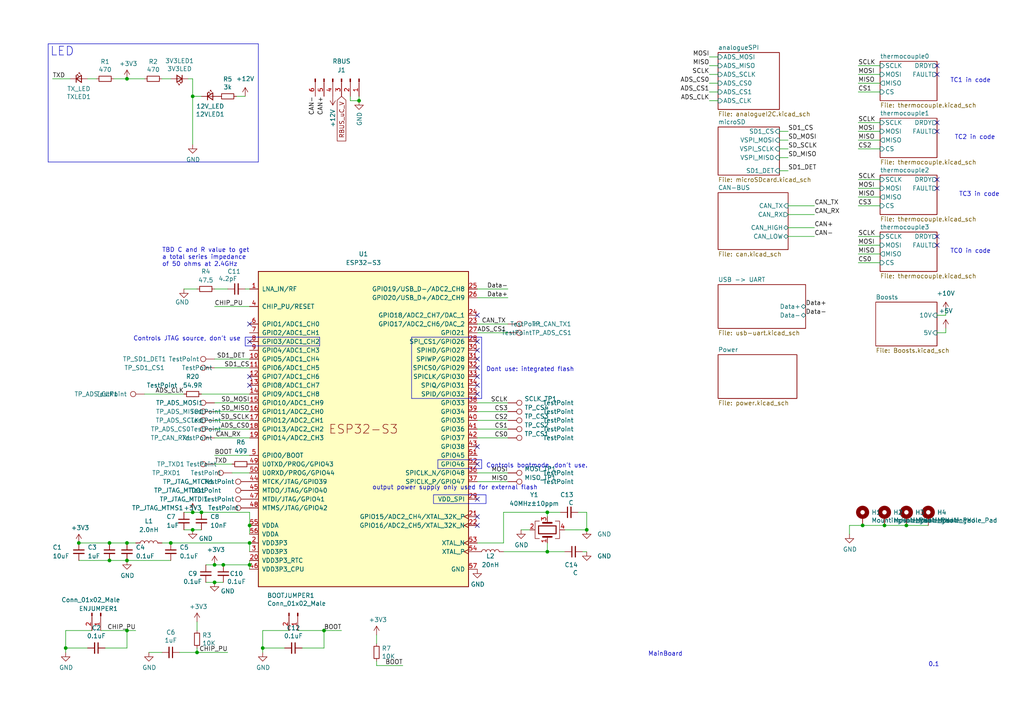
<source format=kicad_sch>
(kicad_sch (version 20230121) (generator eeschema)
  (paper "A4")
  (lib_symbols
    (symbol "Connector:Conn_01x02_Male" (pin_names (offset 1.016) hide)
      (property "Reference" "J" (at 0 2.54 0))
      (property "Value" "Conn_01x02_Male" (at 0 -5.08 0))
      (symbol "Conn_01x02_Male_1_1"
        (polyline (pts (xy 1.27 -2.54) (xy 0.8636 -2.54)) (stroke (width 0.1524)))
        (polyline (pts (xy 1.27 0) (xy 0.8636 0)) (stroke (width 0.1524)))
        (rectangle (start 0.8636 -2.413) (end 0 -2.667) (stroke (width 0.1524)) (fill (type outline)))
        (rectangle (start 0.8636 0.127) (end 0 -0.127) (stroke (width 0.1524)) (fill (type outline)))
        (pin passive line (at 5.08 0 180) (length 3.81) (name "Pin_1") (number "1"))
        (pin passive line (at 5.08 -2.54 180) (length 3.81) (name "Pin_2") (number "2"))
      )
    )
    (symbol "Connector:Conn_01x06_Male" (pin_names (offset 1.016) hide)
      (property "Reference" "J" (at 0 7.62 0))
      (property "Value" "Conn_01x06_Male" (at 0 -10.16 0))
      (symbol "Conn_01x06_Male_1_1"
        (polyline (pts (xy 1.27 -7.62) (xy 0.8636 -7.62)) (stroke (width 0.1524)))
        (polyline (pts (xy 1.27 -5.08) (xy 0.8636 -5.08)) (stroke (width 0.1524)))
        (polyline (pts (xy 1.27 -2.54) (xy 0.8636 -2.54)) (stroke (width 0.1524)))
        (polyline (pts (xy 1.27 0) (xy 0.8636 0)) (stroke (width 0.1524)))
        (polyline (pts (xy 1.27 2.54) (xy 0.8636 2.54)) (stroke (width 0.1524)))
        (polyline (pts (xy 1.27 5.08) (xy 0.8636 5.08)) (stroke (width 0.1524)))
        (rectangle (start 0.8636 -7.493) (end 0 -7.747) (stroke (width 0.1524)) (fill (type outline)))
        (rectangle (start 0.8636 -4.953) (end 0 -5.207) (stroke (width 0.1524)) (fill (type outline)))
        (rectangle (start 0.8636 -2.413) (end 0 -2.667) (stroke (width 0.1524)) (fill (type outline)))
        (rectangle (start 0.8636 0.127) (end 0 -0.127) (stroke (width 0.1524)) (fill (type outline)))
        (rectangle (start 0.8636 2.667) (end 0 2.413) (stroke (width 0.1524)) (fill (type outline)))
        (rectangle (start 0.8636 5.207) (end 0 4.953) (stroke (width 0.1524)) (fill (type outline)))
        (pin passive line (at 5.08 5.08 180) (length 3.81) (name "Pin_1") (number "1"))
        (pin passive line (at 5.08 2.54 180) (length 3.81) (name "Pin_2") (number "2"))
        (pin passive line (at 5.08 0 180) (length 3.81) (name "Pin_3") (number "3"))
        (pin passive line (at 5.08 -2.54 180) (length 3.81) (name "Pin_4") (number "4"))
        (pin passive line (at 5.08 -5.08 180) (length 3.81) (name "Pin_5") (number "5"))
        (pin passive line (at 5.08 -7.62 180) (length 3.81) (name "Pin_6") (number "6"))
      )
    )
    (symbol "Connector:TestPoint" (pin_numbers hide) (pin_names (offset 0.762) hide)
      (property "Reference" "TP" (at 0 6.858 0))
      (property "Value" "TestPoint" (at 0 5.08 0))
      (symbol "TestPoint_0_1"
        (circle (center 0 3.302) (radius 0.762))
      )
      (symbol "TestPoint_1_1"
        (pin passive line (at 0 0 90) (length 2.54) (name "1") (number "1"))
      )
    )
    (symbol "Device:C_Small" (pin_numbers hide) (pin_names (offset 0.254) hide)
      (property "Reference" "C" (at 0.254 1.778 0))
      (property "Value" "C_Small" (at 0.254 -2.032 0))
      (symbol "C_Small_0_1"
        (polyline (pts (xy -1.524 -0.508) (xy 1.524 -0.508)) (stroke (width 0.3302)))
        (polyline (pts (xy -1.524 0.508) (xy 1.524 0.508)) (stroke (width 0.3048)))
      )
      (symbol "C_Small_1_1"
        (pin passive line (at 0 2.54 270) (length 2.032) (name "~") (number "1"))
        (pin passive line (at 0 -2.54 90) (length 2.032) (name "~") (number "2"))
      )
    )
    (symbol "Device:Crystal_GND24" (pin_names (offset 1.016) hide)
      (property "Reference" "Y" (at 3.175 5.08 0))
      (property "Value" "Crystal_GND24" (at 3.175 3.175 0))
      (symbol "Crystal_GND24_0_1"
        (rectangle (start -1.143 2.54) (end 1.143 -2.54) (stroke (width 0.3048)))
        (polyline (pts (xy -2.54 0) (xy -2.032 0)))
        (polyline (pts (xy -2.032 -1.27) (xy -2.032 1.27)) (stroke (width 0.508)))
        (polyline (pts (xy 0 -3.81) (xy 0 -3.556)))
        (polyline (pts (xy 0 3.556) (xy 0 3.81)))
        (polyline (pts (xy 2.032 -1.27) (xy 2.032 1.27)) (stroke (width 0.508)))
        (polyline (pts (xy 2.032 0) (xy 2.54 0)))
        (polyline (pts (xy -2.54 -2.286) (xy -2.54 -3.556) (xy 2.54 -3.556) (xy 2.54 -2.286)))
        (polyline (pts (xy -2.54 2.286) (xy -2.54 3.556) (xy 2.54 3.556) (xy 2.54 2.286)))
      )
      (symbol "Crystal_GND24_1_1"
        (pin passive line (at -3.81 0 0) (length 1.27) (name "1") (number "1"))
        (pin passive line (at 0 5.08 270) (length 1.27) (name "2") (number "2"))
        (pin passive line (at 3.81 0 180) (length 1.27) (name "3") (number "3"))
        (pin passive line (at 0 -5.08 90) (length 1.27) (name "4") (number "4"))
      )
    )
    (symbol "Device:L" (pin_numbers hide) (pin_names (offset 1.016) hide)
      (property "Reference" "L" (at -1.27 0 90))
      (property "Value" "L" (at 1.905 0 90))
      (symbol "L_0_1"
        (arc (start 0 -2.54) (mid 0.6323 -1.905) (end 0 -1.27))
        (arc (start 0 -1.27) (mid 0.6323 -0.635) (end 0 0))
        (arc (start 0 0) (mid 0.6323 0.635) (end 0 1.27))
        (arc (start 0 1.27) (mid 0.6323 1.905) (end 0 2.54))
      )
      (symbol "L_1_1"
        (pin passive line (at 0 3.81 270) (length 1.27) (name "1") (number "1"))
        (pin passive line (at 0 -3.81 90) (length 1.27) (name "2") (number "2"))
      )
    )
    (symbol "Device:LED_Small" (pin_numbers hide) (pin_names (offset 0.254) hide)
      (property "Reference" "D" (at -1.27 3.175 0))
      (property "Value" "LED_Small" (at -4.445 -2.54 0))
      (symbol "LED_Small_0_1"
        (polyline (pts (xy -0.762 -1.016) (xy -0.762 1.016)) (stroke (width 0.254)))
        (polyline (pts (xy 1.016 0) (xy -0.762 0)))
        (polyline (pts (xy 0.762 -1.016) (xy -0.762 0) (xy 0.762 1.016) (xy 0.762 -1.016)) (stroke (width 0.254)))
        (polyline (pts (xy 0 0.762) (xy -0.508 1.27) (xy -0.254 1.27) (xy -0.508 1.27) (xy -0.508 1.016)))
        (polyline (pts (xy 0.508 1.27) (xy 0 1.778) (xy 0.254 1.778) (xy 0 1.778) (xy 0 1.524)))
      )
      (symbol "LED_Small_1_1"
        (pin passive line (at -2.54 0 0) (length 1.778) (name "K") (number "1"))
        (pin passive line (at 2.54 0 180) (length 1.778) (name "A") (number "2"))
      )
    )
    (symbol "Device:R_Small" (pin_numbers hide) (pin_names (offset 0.254) hide)
      (property "Reference" "R" (at 0.762 0.508 0))
      (property "Value" "R_Small" (at 0.762 -1.016 0))
      (symbol "R_Small_0_1"
        (rectangle (start -0.762 1.778) (end 0.762 -1.778) (stroke (width 0.2032)))
      )
      (symbol "R_Small_1_1"
        (pin passive line (at 0 2.54 270) (length 0.762) (name "~") (number "1"))
        (pin passive line (at 0 -2.54 90) (length 0.762) (name "~") (number "2"))
      )
    )
    (symbol "Espressif:ESP32-S3" (pin_names (offset 1.016))
      (property "Reference" "U" (at 0 48.26 0))
      (property "Value" "ESP32-S3" (at 0 -48.26 0))
      (symbol "ESP32-S3_0_0"
        (text "ESP32-S3" (at 0 0 0) (effects (font (size 2.54 2.54))))
        (pin bidirectional line (at 33.02 -12.7 180) (length 2.54) (name "SPICLK_N/GPIO48") (number "36"))
        (pin bidirectional line (at 33.02 -15.24 180) (length 2.54) (name "SPICLK_P/GPIO47") (number "37"))
      )
      (symbol "ESP32-S3_0_1"
        (rectangle (start -30.48 45.72) (end 30.48 -45.72) (stroke (width 0.254)) (fill (type background)))
      )
      (symbol "ESP32-S3_1_1"
        (pin bidirectional line (at -33.02 40.64 0) (length 2.54) (name "LNA_IN/RF") (number "1"))
        (pin bidirectional line (at -33.02 20.32 0) (length 2.54) (name "GPIO5/ADC1_CH4") (number "10"))
        (pin bidirectional line (at -33.02 17.78 0) (length 2.54) (name "GPIO6/ADC1_CH5") (number "11"))
        (pin bidirectional line (at -33.02 15.24 0) (length 2.54) (name "GPIO7/ADC1_CH6") (number "12"))
        (pin bidirectional line (at -33.02 12.7 0) (length 2.54) (name "GPIO8/ADC1_CH7") (number "13"))
        (pin bidirectional line (at -33.02 10.16 0) (length 2.54) (name "GPIO9/ADC1_CH8") (number "14"))
        (pin bidirectional line (at -33.02 7.62 0) (length 2.54) (name "GPIO10/ADC1_CH9") (number "15"))
        (pin bidirectional line (at -33.02 5.08 0) (length 2.54) (name "GPIO11/ADC2_CH0") (number "16"))
        (pin bidirectional line (at -33.02 2.54 0) (length 2.54) (name "GPIO12/ADC2_CH1") (number "17"))
        (pin bidirectional line (at -33.02 0 0) (length 2.54) (name "GPIO13/ADC2_CH2") (number "18"))
        (pin bidirectional line (at -33.02 -2.54 0) (length 2.54) (name "GPIO14/ADC2_CH3") (number "19"))
        (pin power_in line (at -33.02 -33.02 0) (length 2.54) (name "VDD3P3") (number "2"))
        (pin power_in line (at -33.02 -38.1 0) (length 2.54) (name "VDD3P3_RTC") (number "20"))
        (pin input clock (at 33.02 -25.4 180) (length 2.54) (name "GPIO15/ADC2_CH4/XTAL_32K_P") (number "21"))
        (pin output clock (at 33.02 -27.94 180) (length 2.54) (name "GPIO16/ADC2_CH5/XTAL_32K_N") (number "22"))
        (pin bidirectional line (at 33.02 30.48 180) (length 2.54) (name "GPIO17/ADC2_CH6/DAC_2") (number "23"))
        (pin bidirectional line (at 33.02 33.02 180) (length 2.54) (name "GPIO18/ADC2_CH7/DAC_1") (number "24"))
        (pin bidirectional line (at 33.02 40.64 180) (length 2.54) (name "GPIO19/USB_D-/ADC2_CH8") (number "25"))
        (pin bidirectional line (at 33.02 38.1 180) (length 2.54) (name "GPIO20/USB_D+/ADC2_CH9") (number "26"))
        (pin bidirectional line (at 33.02 27.94 180) (length 2.54) (name "GPIO21") (number "27"))
        (pin bidirectional line (at 33.02 25.4 180) (length 2.54) (name "SPI_CS1/GPIO26") (number "28"))
        (pin power_out line (at 33.02 -20.32 180) (length 2.54) (name "VDD_SPI") (number "29"))
        (pin power_in line (at -33.02 -35.56 0) (length 2.54) (name "VDD3P3") (number "3"))
        (pin bidirectional line (at 33.02 22.86 180) (length 2.54) (name "SPIHD/GPIO27") (number "30"))
        (pin bidirectional line (at 33.02 20.32 180) (length 2.54) (name "SPIWP/GPIO28") (number "31"))
        (pin bidirectional line (at 33.02 17.78 180) (length 2.54) (name "SPICS0/GPIO29") (number "32"))
        (pin bidirectional line (at 33.02 15.24 180) (length 2.54) (name "SPICLK/GPIO30") (number "33"))
        (pin bidirectional line (at 33.02 12.7 180) (length 2.54) (name "SPIQ/GPIO31") (number "34"))
        (pin bidirectional line (at 33.02 10.16 180) (length 2.54) (name "SPID/GPIO32") (number "35"))
        (pin bidirectional line (at 33.02 7.62 180) (length 2.54) (name "GPIO33") (number "38"))
        (pin bidirectional line (at 33.02 5.08 180) (length 2.54) (name "GPIO34") (number "39"))
        (pin input line (at -33.02 35.56 0) (length 2.54) (name "CHIP_PU/RESET") (number "4"))
        (pin bidirectional line (at 33.02 2.54 180) (length 2.54) (name "GPIO35") (number "40"))
        (pin bidirectional line (at 33.02 0 180) (length 2.54) (name "GPIO36") (number "41"))
        (pin bidirectional line (at 33.02 -2.54 180) (length 2.54) (name "GPIO37") (number "42"))
        (pin bidirectional line (at 33.02 -5.08 180) (length 2.54) (name "GPIO38") (number "43"))
        (pin bidirectional line (at -33.02 -15.24 0) (length 2.54) (name "MTCK/JTAG/GPIO39") (number "44"))
        (pin bidirectional line (at -33.02 -17.78 0) (length 2.54) (name "MTDO/JTAG/GPIO40") (number "45"))
        (pin power_in line (at -33.02 -40.64 0) (length 2.54) (name "VDD3P3_CPU") (number "46"))
        (pin bidirectional line (at -33.02 -20.32 0) (length 2.54) (name "MTDI/JTAG/GPIO41") (number "47"))
        (pin bidirectional line (at -33.02 -22.86 0) (length 2.54) (name "MTMS/JTAG/GPIO42") (number "48"))
        (pin bidirectional line (at -33.02 -10.16 0) (length 2.54) (name "U0TXD/PROG/GPIO43") (number "49"))
        (pin bidirectional line (at -33.02 -7.62 0) (length 2.54) (name "GPIO0/BOOT") (number "5"))
        (pin bidirectional line (at -33.02 -12.7 0) (length 2.54) (name "U0RXD/PROG/GPIO44") (number "50"))
        (pin bidirectional line (at 33.02 -7.62 180) (length 2.54) (name "GPIO45") (number "51"))
        (pin bidirectional line (at 33.02 -10.16 180) (length 2.54) (name "GPIO46") (number "52"))
        (pin input clock (at 33.02 -33.02 180) (length 2.54) (name "XTAL_N") (number "53"))
        (pin output clock (at 33.02 -35.56 180) (length 2.54) (name "XTAL_P") (number "54"))
        (pin power_in line (at -33.02 -27.94 0) (length 2.54) (name "VDDA") (number "55"))
        (pin power_in line (at -33.02 -30.48 0) (length 2.54) (name "VDDA") (number "56"))
        (pin power_in line (at 33.02 -40.64 180) (length 2.54) (name "GND") (number "57"))
        (pin bidirectional line (at -33.02 30.48 0) (length 2.54) (name "GPIO1/ADC1_CH0") (number "6"))
        (pin bidirectional line (at -33.02 27.94 0) (length 2.54) (name "GPIO2/ADC1_CH1") (number "7"))
        (pin bidirectional line (at -33.02 25.4 0) (length 2.54) (name "GPIO3/ADC1_CH2") (number "8"))
        (pin bidirectional line (at -33.02 22.86 0) (length 2.54) (name "GPIO4/ADC1_CH3") (number "9"))
      )
    )
    (symbol "Mechanical:MountingHole_Pad" (pin_numbers hide) (pin_names (offset 1.016) hide)
      (property "Reference" "H" (at 0 6.35 0))
      (property "Value" "MountingHole_Pad" (at 0 4.445 0))
      (symbol "MountingHole_Pad_0_1"
        (circle (center 0 1.27) (radius 1.27) (stroke (width 1.27)))
      )
      (symbol "MountingHole_Pad_1_1"
        (pin input line (at 0 -2.54 90) (length 2.54) (name "1") (number "1"))
      )
    )
    (symbol "power:+10V" (power) (pin_names (offset 0))
      (property "Value" "+10V" (at 0 3.556 0))
      (symbol "+10V_0_1"
        (polyline (pts (xy -0.762 1.27) (xy 0 2.54)))
        (polyline (pts (xy 0 0) (xy 0 2.54)))
        (polyline (pts (xy 0 2.54) (xy 0.762 1.27)))
      )
      (symbol "+10V_1_1"
        (pin power_in line (at 0 0 90) (length 0) hide (name "+10V") (number "1"))
      )
    )
    (symbol "power:+12V" (power) (pin_names (offset 0))
      (property "Value" "+12V" (at 0 3.556 0))
      (symbol "+12V_0_1"
        (polyline (pts (xy -0.762 1.27) (xy 0 2.54)))
        (polyline (pts (xy 0 0) (xy 0 2.54)))
        (polyline (pts (xy 0 2.54) (xy 0.762 1.27)))
      )
      (symbol "+12V_1_1"
        (pin power_in line (at 0 0 90) (length 0) hide (name "+12V") (number "1"))
      )
    )
    (symbol "power:+3.3V" (power) (pin_names (offset 0))
      (property "Value" "+3.3V" (at 0 3.556 0))
      (symbol "+3.3V_0_1"
        (polyline (pts (xy -0.762 1.27) (xy 0 2.54)))
        (polyline (pts (xy 0 0) (xy 0 2.54)))
        (polyline (pts (xy 0 2.54) (xy 0.762 1.27)))
      )
      (symbol "+3.3V_1_1"
        (pin power_in line (at 0 0 90) (length 0) hide (name "+3V3") (number "1"))
      )
    )
    (symbol "power:+5V" (power) (pin_names (offset 0))
      (property "Value" "+5V" (at 0 3.556 0))
      (symbol "+5V_0_1"
        (polyline (pts (xy -0.762 1.27) (xy 0 2.54)))
        (polyline (pts (xy 0 0) (xy 0 2.54)))
        (polyline (pts (xy 0 2.54) (xy 0.762 1.27)))
      )
      (symbol "+5V_1_1"
        (pin power_in line (at 0 0 90) (length 0) hide (name "+5V") (number "1"))
      )
    )
    (symbol "power:GND" (power) (pin_names (offset 0))
      (property "Value" "GND" (at 0 -3.81 0))
      (symbol "GND_0_1"
        (polyline (pts (xy 0 0) (xy 0 -1.27) (xy 1.27 -1.27) (xy 0 -2.54) (xy -1.27 -1.27) (xy 0 -1.27)))
      )
      (symbol "GND_1_1"
        (pin power_in line (at 0 0 270) (length 0) hide (name "GND") (number "1"))
      )
    )
  )
  (junction (at 55.88 148.59))
  (junction (at 36.83 157.48))
  (junction (at 76.2 187.96))
  (junction (at 158.75 160.02))
  (junction (at 250.19 152.4))
  (junction (at 170.18 153.67))
  (junction (at 64.77 163.83))
  (junction (at 19.05 187.96))
  (junction (at 72.39 163.83))
  (junction (at 104.14 29.21))
  (junction (at 31.75 157.48))
  (junction (at 22.86 157.48))
  (junction (at 58.42 148.59))
  (junction (at 36.83 182.88))
  (junction (at 31.75 162.56))
  (junction (at 55.88 153.67))
  (junction (at 158.75 148.59))
  (junction (at 36.83 22.86))
  (junction (at 57.15 189.23))
  (junction (at 72.39 152.4))
  (junction (at 62.23 168.91))
  (junction (at 49.53 157.48))
  (junction (at 62.23 163.83))
  (junction (at 55.88 27.94))
  (junction (at 262.89 152.4))
  (junction (at 72.39 157.48))
  (junction (at 36.83 162.56))
  (junction (at 93.98 182.88))
  (junction (at 256.54 152.4))
  (no_connect (at 138.43 129.54))
  (no_connect (at 271.78 21.59))
  (no_connect (at 138.43 144.78))
  (no_connect (at 271.78 54.61))
  (no_connect (at 138.43 111.76))
  (no_connect (at 138.43 104.14))
  (no_connect (at 138.43 106.68))
  (no_connect (at 138.43 109.22))
  (no_connect (at 271.78 38.1))
  (no_connect (at 138.43 152.4))
  (no_connect (at 138.43 91.44))
  (no_connect (at 72.39 111.76))
  (no_connect (at 72.39 93.98))
  (no_connect (at 72.39 109.22))
  (no_connect (at 271.78 68.58))
  (no_connect (at 72.39 99.06))
  (no_connect (at 138.43 114.3))
  (no_connect (at 271.78 19.05))
  (no_connect (at 271.78 71.12))
  (no_connect (at 271.78 52.07))
  (no_connect (at 138.43 101.6))
  (no_connect (at 138.43 134.62))
  (no_connect (at 271.78 35.56))
  (no_connect (at 138.43 99.06))
  (no_connect (at 138.43 149.86))
  (wire (pts (xy 52.07 189.23) (xy 57.15 189.23)))
  (wire (pts (xy 104.14 27.94) (xy 104.14 29.21)))
  (wire (pts (xy 72.39 163.83) (xy 72.39 162.56)))
  (wire (pts (xy 147.32 139.7) (xy 138.43 139.7)))
  (wire (pts (xy 62.23 163.83) (xy 64.77 163.83)))
  (wire (pts (xy 58.42 27.94) (xy 55.88 27.94)))
  (wire (pts (xy 255.27 57.15) (xy 248.92 57.15)))
  (wire (pts (xy 87.63 187.96) (xy 93.98 187.96)))
  (wire (pts (xy 246.38 152.4) (xy 246.38 154.94)))
  (wire (pts (xy 151.13 153.67) (xy 153.67 153.67)))
  (wire (pts (xy 31.75 157.48) (xy 36.83 157.48)))
  (wire (pts (xy 248.92 26.67) (xy 255.27 26.67)))
  (wire (pts (xy 36.83 187.96) (xy 36.83 182.88)))
  (wire (pts (xy 138.43 86.36) (xy 147.32 86.36)))
  (wire (pts (xy 255.27 24.13) (xy 248.92 24.13)))
  (wire (pts (xy 57.15 189.23) (xy 66.04 189.23)))
  (wire (pts (xy 22.86 157.48) (xy 31.75 157.48)))
  (wire (pts (xy 71.12 27.94) (xy 68.58 27.94)))
  (polyline (pts (xy 92.71 100.33) (xy 71.12 100.33)))
  (polyline (pts (xy 139.7 135.89) (xy 127 135.89)))
  (wire (pts (xy 19.05 182.88) (xy 26.67 182.88)))
  (wire (pts (xy 158.75 157.48) (xy 158.75 160.02)))
  (wire (pts (xy 138.43 116.84) (xy 147.32 116.84)))
  (wire (pts (xy 138.43 121.92) (xy 147.32 121.92)))
  (wire (pts (xy 248.92 43.18) (xy 255.27 43.18)))
  (wire (pts (xy 62.23 121.92) (xy 72.39 121.92)))
  (wire (pts (xy 93.98 187.96) (xy 93.98 182.88)))
  (polyline (pts (xy 127 133.35) (xy 127 135.89)))
  (wire (pts (xy 62.23 134.62) (xy 67.31 134.62)))
  (wire (pts (xy 226.06 38.1) (xy 228.6 38.1)))
  (polyline (pts (xy 13.97 12.7) (xy 74.93 12.7)))
  (wire (pts (xy 228.6 59.69) (xy 236.22 59.69)))
  (wire (pts (xy 72.39 152.4) (xy 72.39 154.94)))
  (wire (pts (xy 57.15 189.23) (xy 57.15 187.96)))
  (wire (pts (xy 138.43 157.48) (xy 146.05 157.48)))
  (wire (pts (xy 36.83 22.86) (xy 41.91 22.86)))
  (wire (pts (xy 55.88 22.86) (xy 54.61 22.86)))
  (wire (pts (xy 19.05 187.96) (xy 19.05 189.23)))
  (wire (pts (xy 271.78 96.52) (xy 274.32 96.52)))
  (wire (pts (xy 62.23 124.46) (xy 72.39 124.46)))
  (wire (pts (xy 138.43 96.52) (xy 147.32 96.52)))
  (wire (pts (xy 271.78 91.44) (xy 274.32 91.44)))
  (wire (pts (xy 76.2 187.96) (xy 76.2 189.23)))
  (wire (pts (xy 109.22 193.04) (xy 109.22 191.77)))
  (wire (pts (xy 205.74 29.21) (xy 208.28 29.21)))
  (polyline (pts (xy 71.12 97.79) (xy 71.12 100.33)))
  (wire (pts (xy 57.15 180.34) (xy 57.15 182.88)))
  (polyline (pts (xy 13.97 46.99) (xy 74.93 46.99)))
  (wire (pts (xy 226.06 49.53) (xy 228.6 49.53)))
  (wire (pts (xy 64.77 163.83) (xy 72.39 163.83)))
  (wire (pts (xy 82.55 187.96) (xy 76.2 187.96)))
  (wire (pts (xy 25.4 22.86) (xy 27.94 22.86)))
  (wire (pts (xy 248.92 38.1) (xy 255.27 38.1)))
  (wire (pts (xy 58.42 114.3) (xy 72.39 114.3)))
  (wire (pts (xy 138.43 124.46) (xy 147.32 124.46)))
  (wire (pts (xy 248.92 68.58) (xy 255.27 68.58)))
  (wire (pts (xy 53.34 148.59) (xy 55.88 148.59)))
  (wire (pts (xy 226.06 43.18) (xy 228.6 43.18)))
  (wire (pts (xy 22.86 162.56) (xy 31.75 162.56)))
  (wire (pts (xy 36.83 157.48) (xy 39.37 157.48)))
  (wire (pts (xy 248.92 35.56) (xy 255.27 35.56)))
  (wire (pts (xy 29.21 182.88) (xy 36.83 182.88)))
  (wire (pts (xy 53.34 153.67) (xy 55.88 153.67)))
  (polyline (pts (xy 92.71 97.79) (xy 92.71 100.33)))
  (wire (pts (xy 248.92 76.2) (xy 255.27 76.2)))
  (wire (pts (xy 36.83 162.56) (xy 49.53 162.56)))
  (wire (pts (xy 62.23 127) (xy 72.39 127)))
  (wire (pts (xy 36.83 182.88) (xy 39.37 182.88)))
  (wire (pts (xy 170.18 148.59) (xy 170.18 153.67)))
  (polyline (pts (xy 13.97 12.7) (xy 13.97 46.99)))
  (wire (pts (xy 228.6 62.23) (xy 236.22 62.23)))
  (wire (pts (xy 109.22 184.15) (xy 109.22 186.69)))
  (wire (pts (xy 101.6 29.21) (xy 104.14 29.21)))
  (wire (pts (xy 62.23 116.84) (xy 72.39 116.84)))
  (wire (pts (xy 59.69 168.91) (xy 62.23 168.91)))
  (wire (pts (xy 76.2 182.88) (xy 83.82 182.88)))
  (wire (pts (xy 25.4 187.96) (xy 19.05 187.96)))
  (wire (pts (xy 248.92 54.61) (xy 255.27 54.61)))
  (wire (pts (xy 46.99 157.48) (xy 49.53 157.48)))
  (wire (pts (xy 262.89 152.4) (xy 269.24 152.4)))
  (wire (pts (xy 67.31 137.16) (xy 72.39 137.16)))
  (wire (pts (xy 248.92 59.69) (xy 255.27 59.69)))
  (wire (pts (xy 205.74 26.67) (xy 208.28 26.67)))
  (wire (pts (xy 15.24 22.86) (xy 20.32 22.86)))
  (wire (pts (xy 138.43 93.98) (xy 147.32 93.98)))
  (wire (pts (xy 62.23 104.14) (xy 72.39 104.14)))
  (wire (pts (xy 250.19 152.4) (xy 256.54 152.4)))
  (wire (pts (xy 101.6 27.94) (xy 101.6 29.21)))
  (wire (pts (xy 43.18 189.23) (xy 46.99 189.23)))
  (wire (pts (xy 55.88 148.59) (xy 58.42 148.59)))
  (wire (pts (xy 138.43 119.38) (xy 147.32 119.38)))
  (wire (pts (xy 138.43 127) (xy 147.32 127)))
  (wire (pts (xy 72.39 163.83) (xy 72.39 165.1)))
  (polyline (pts (xy 74.93 46.99) (xy 74.93 12.7)))
  (wire (pts (xy 55.88 27.94) (xy 55.88 41.91)))
  (wire (pts (xy 19.05 182.88) (xy 19.05 187.96)))
  (wire (pts (xy 248.92 19.05) (xy 255.27 19.05)))
  (wire (pts (xy 158.75 148.59) (xy 158.75 149.86)))
  (wire (pts (xy 228.6 68.58) (xy 236.22 68.58)))
  (wire (pts (xy 55.88 153.67) (xy 58.42 153.67)))
  (polyline (pts (xy 127 133.35) (xy 139.7 133.35)))
  (polyline (pts (xy 139.7 97.79) (xy 139.7 115.57)))
  (wire (pts (xy 62.23 132.08) (xy 72.39 132.08)))
  (wire (pts (xy 30.48 187.96) (xy 36.83 187.96)))
  (wire (pts (xy 163.83 160.02) (xy 158.75 160.02)))
  (wire (pts (xy 248.92 71.12) (xy 255.27 71.12)))
  (wire (pts (xy 62.23 168.91) (xy 64.77 168.91)))
  (wire (pts (xy 46.99 22.86) (xy 49.53 22.86)))
  (wire (pts (xy 274.32 90.17) (xy 274.32 91.44)))
  (wire (pts (xy 138.43 83.82) (xy 147.32 83.82)))
  (wire (pts (xy 146.05 157.48) (xy 146.05 148.59)))
  (wire (pts (xy 58.42 148.59) (xy 72.39 148.59)))
  (wire (pts (xy 62.23 106.68) (xy 72.39 106.68)))
  (wire (pts (xy 146.05 160.02) (xy 158.75 160.02)))
  (wire (pts (xy 72.39 157.48) (xy 72.39 160.02)))
  (polyline (pts (xy 139.7 133.35) (xy 139.7 135.89)))
  (wire (pts (xy 147.32 137.16) (xy 138.43 137.16)))
  (polyline (pts (xy 71.12 97.79) (xy 92.71 97.79)))
  (wire (pts (xy 248.92 52.07) (xy 255.27 52.07)))
  (wire (pts (xy 76.2 182.88) (xy 76.2 187.96)))
  (wire (pts (xy 163.83 153.67) (xy 170.18 153.67)))
  (wire (pts (xy 72.39 148.59) (xy 72.39 152.4)))
  (polyline (pts (xy 119.38 97.79) (xy 119.38 115.57)))
  (wire (pts (xy 226.06 40.64) (xy 228.6 40.64)))
  (wire (pts (xy 255.27 40.64) (xy 248.92 40.64)))
  (wire (pts (xy 205.74 16.51) (xy 208.28 16.51)))
  (polyline (pts (xy 119.38 97.79) (xy 139.7 97.79)))
  (polyline (pts (xy 139.7 115.57) (xy 119.38 115.57)))
  (wire (pts (xy 162.56 148.59) (xy 158.75 148.59)))
  (wire (pts (xy 49.53 157.48) (xy 72.39 157.48)))
  (wire (pts (xy 256.54 152.4) (xy 262.89 152.4)))
  (wire (pts (xy 250.19 152.4) (xy 246.38 152.4)))
  (wire (pts (xy 99.06 182.88) (xy 93.98 182.88)))
  (wire (pts (xy 170.18 160.02) (xy 168.91 160.02)))
  (wire (pts (xy 205.74 19.05) (xy 208.28 19.05)))
  (wire (pts (xy 62.23 83.82) (xy 66.04 83.82)))
  (wire (pts (xy 62.23 119.38) (xy 72.39 119.38)))
  (wire (pts (xy 226.06 45.72) (xy 228.6 45.72)))
  (wire (pts (xy 146.05 148.59) (xy 158.75 148.59)))
  (wire (pts (xy 228.6 66.04) (xy 236.22 66.04)))
  (wire (pts (xy 31.75 162.56) (xy 36.83 162.56)))
  (wire (pts (xy 170.18 148.59) (xy 167.64 148.59)))
  (wire (pts (xy 71.12 83.82) (xy 72.39 83.82)))
  (wire (pts (xy 116.84 193.04) (xy 109.22 193.04)))
  (wire (pts (xy 41.91 114.3) (xy 53.34 114.3)))
  (wire (pts (xy 205.74 24.13) (xy 208.28 24.13)))
  (wire (pts (xy 205.74 21.59) (xy 208.28 21.59)))
  (wire (pts (xy 55.88 22.86) (xy 55.88 27.94)))
  (wire (pts (xy 86.36 182.88) (xy 93.98 182.88)))
  (wire (pts (xy 59.69 163.83) (xy 62.23 163.83)))
  (wire (pts (xy 53.34 83.82) (xy 57.15 83.82)))
  (wire (pts (xy 33.02 22.86) (xy 36.83 22.86)))
  (wire (pts (xy 274.32 95.25) (xy 274.32 96.52)))
  (wire (pts (xy 255.27 73.66) (xy 248.92 73.66)))
  (wire (pts (xy 248.92 21.59) (xy 255.27 21.59)))
  (wire (pts (xy 62.23 88.9) (xy 72.39 88.9)))
  (rectangle (start 125.73 143.51) (end 140.97 146.05))
  (text "LED" (at 21.59 16.51 0) (effects (font (size 2.54 2.54)) (justify right bottom)))
  (text "TC3 in code\n" (at 278.13 57.15 0) (effects (font (size 1.27 1.27)) (justify left bottom)))
  (text "Dont use: integrated flash\n" (at 140.97 107.95 0) (effects (font (size 1.27 1.27)) (justify left bottom)))
  (text "output power supply only used for external flash\n" (at 107.95 142.24 0) (effects (font (size 1.27 1.27)) (justify left bottom)))
  (text "TBD C and R value to get\na total series impedance\nof 50 ohms at 2.4GHz\n" (at 46.99 77.47 0) (effects (font (size 1.27 1.27)) (justify left bottom)))
  (text "TC2 in code" (at 276.86 40.64 0) (effects (font (size 1.27 1.27)) (justify left bottom)))
  (text "MainBoard\n" (at 187.96 190.5 0) (effects (font (size 1.27 1.27)) (justify left bottom)))
  (text "0.1\n\n" (at 269.24 195.58 0) (effects (font (size 1.27 1.27)) (justify left bottom)))
  (text "TC1 in code" (at 275.59 24.13 0) (effects (font (size 1.27 1.27)) (justify left bottom)))
  (text "Controls JTAG source, don't use\n" (at 69.85 99.06 0) (effects (font (size 1.27 1.27)) (justify right bottom)))
  (text "Controls bootmode, don't use.\n" (at 140.97 135.89 0) (effects (font (size 1.27 1.27)) (justify left bottom)))
  (text "TC0 in code" (at 275.59 73.66 0) (effects (font (size 1.27 1.27)) (justify left bottom)))
  (label "SCLK" (at 147.32 116.84 180))
  (label "ADS_CS0" (at 72.39 124.46 180))
  (label "SD_MOSI" (at 72.39 116.84 180))
  (label "MISO" (at 248.92 57.15 0))
  (label "SCLK" (at 248.92 68.58 0))
  (label "CS1" (at 248.92 26.67 0))
  (label "SD_MISO" (at 228.6 45.72 0))
  (label "SD1_DET" (at 228.6 49.53 0))
  (label "ADS_CS0" (at 205.74 24.13 180))
  (label "CHIP_PU" (at 62.23 88.9 0))
  (label "Data-" (at 233.68 91.44 0))
  (label "CAN_RX" (at 69.85 127 180))
  (label "CS2" (at 248.92 43.18 0))
  (label "Data+" (at 147.32 86.36 180))
  (label "CS2" (at 147.32 121.92 180))
  (label "SCLK" (at 205.74 21.59 180))
  (label "SD_MISO" (at 72.39 119.38 180))
  (label "MOSI" (at 205.74 16.51 180))
  (label "CHIP_PU" (at 66.04 189.23 180))
  (label "BOOT" (at 116.84 193.04 180))
  (label "CAN-" (at 236.22 68.58 0))
  (label "MOSI" (at 147.32 137.16 180))
  (label "SD_SCLK" (at 228.6 43.18 0))
  (label "MOSI" (at 248.92 71.12 0))
  (label "MISO" (at 248.92 40.64 0))
  (label "Data+" (at 233.68 88.9 0))
  (label "ADS_CLK" (at 53.34 114.3 180))
  (label "CS1" (at 147.32 124.46 180))
  (label "CAN-" (at 91.44 27.94 270))
  (label "MOSI" (at 248.92 21.59 0))
  (label "BOOT" (at 99.06 182.88 180))
  (label "ADS_CS1" (at 138.43 96.52 0))
  (label "MOSI" (at 248.92 54.61 0))
  (label "CAN+" (at 93.98 27.94 270))
  (label "SD_MOSI" (at 228.6 40.64 0))
  (label "SD1_CS" (at 72.39 106.68 180))
  (label "MISO" (at 248.92 73.66 0))
  (label "BOOT" (at 62.23 132.08 0))
  (label "CAN+" (at 236.22 66.04 0))
  (label "Data-" (at 147.32 83.82 180))
  (label "SD1_CS" (at 228.6 38.1 0))
  (label "CS0" (at 147.32 127 180))
  (label "ADS_CS1" (at 205.74 26.67 180))
  (label "SD_SCLK" (at 72.39 121.92 180))
  (label "TXD" (at 62.23 134.62 0))
  (label "CAN_TX" (at 139.7 93.98 0))
  (label "CHIP_PU" (at 39.37 182.88 180))
  (label "MISO" (at 248.92 24.13 0))
  (label "CAN_TX" (at 236.22 59.69 0))
  (label "TXD" (at 15.24 22.86 0))
  (label "SCLK" (at 248.92 52.07 0))
  (label "CS0" (at 248.92 76.2 0))
  (label "SD1_DET" (at 71.12 104.14 180))
  (label "CS3" (at 248.92 59.69 0))
  (label "MISO" (at 147.32 139.7 180))
  (label "SCLK" (at 248.92 19.05 0))
  (label "MISO" (at 205.74 19.05 180))
  (label "CAN_RX" (at 236.22 62.23 0))
  (label "ADS_CLK" (at 205.74 29.21 180))
  (label "CS3" (at 147.32 119.38 180))
  (label "MOSI" (at 248.92 38.1 0))
  (label "SCLK" (at 248.92 35.56 0))
  (global_label "RBUS_uC_V" (shape input) (at 99.06 27.94 270) (property "Intersheetrefs" "${INTERSHEET_REFS}" (effects hide)))
  (symbol (lib_id "Connector:TestPoint") (at 147.32 119.38 270) (unit 1)
    (property "Reference" "TP_CS4" (at 152.0952 118.2116 90) (effects (justify left)))
    (property "Value" "TestPoint" (at 157.48 119.38 90) (effects (justify left)))
    (property "Footprint" "TestPoint:TestPoint_Pad_D1.0mm" (effects hide))
  )
  (symbol (lib_id "Connector:TestPoint") (at 147.32 127 270) (unit 1)
    (property "Reference" "TP_CS1" (at 152.0952 125.8316 90) (effects (justify left)))
    (property "Value" "TestPoint" (at 157.48 127 90) (effects (justify left)))
    (property "Footprint" "TestPoint:TestPoint_Pad_D1.0mm" (effects hide))
  )
  (symbol (lib_id "Connector:TestPoint") (at 147.32 124.46 270) (unit 1)
    (property "Reference" "TP_CS2" (at 152.0952 123.2916 90) (effects (justify left)))
    (property "Value" "TestPoint" (at 157.48 124.46 90) (effects (justify left)))
    (property "Footprint" "TestPoint:TestPoint_Pad_D1.0mm" (effects hide))
  )
  (symbol (lib_id "power:GND") (at 246.38 154.94 0) (unit 1)
    (property "Reference" "#PWR024" (effects hide))
    (property "Value" "GND" (at 246.507 159.3342 0))
  )
  (symbol (lib_id "Device:C_Small") (at 85.09 187.96 270) (unit 1)
    (property "Reference" "C12" (at 85.09 182.1434 90))
    (property "Value" "0.1uF" (at 85.09 184.4548 90))
    (property "Footprint" "Capacitor_SMD:C_0402_1005Metric" (effects hide))
  )
  (symbol (lib_id "power:GND") (at 151.13 153.67 0) (unit 1)
    (property "Reference" "#PWR019" (effects hide))
    (property "Value" "GND" (at 151.257 158.0642 0))
  )
  (symbol (lib_id "Mechanical:MountingHole_Pad") (at 269.24 149.86 0) (unit 1)
    (property "Reference" "H4" (at 271.78 148.6154 0) (effects (justify left)))
    (property "Value" "MountingHole_Pad" (at 271.78 150.9268 0) (effects (justify left)))
    (property "Footprint" "MountingHole:MountingHole_3.2mm_M3_DIN965_Pad" (effects hide))
  )
  (symbol (lib_id "Device:R_Small") (at 109.22 189.23 0) (unit 1)
    (property "Reference" "R7" (at 110.7186 188.0616 0) (effects (justify left)))
    (property "Value" "10K" (at 110.7186 190.373 0) (effects (justify left)))
    (property "Footprint" "Resistor_SMD:R_0402_1005Metric" (effects hide))
  )
  (symbol (lib_id "Connector:TestPoint") (at 147.32 116.84 270) (unit 1)
    (property "Reference" "SCLK_TP1" (at 152.0952 115.6716 90) (effects (justify left)))
    (property "Value" "TestPoint" (at 157.48 116.84 90) (effects (justify left)))
    (property "Footprint" "TestPoint:TestPoint_Pad_D1.0mm" (effects hide))
  )
  (symbol (lib_id "Device:C_Small") (at 36.83 160.02 0) (unit 1)
    (property "Reference" "C4" (at 39.37 158.7562 0) (effects (justify left)))
    (property "Value" "0.1uF" (at 39.37 161.2962 0) (effects (justify left)))
    (property "Footprint" "Capacitor_SMD:C_0402_1005Metric" (effects hide))
  )
  (symbol (lib_id "Connector:TestPoint") (at 72.39 147.32 90) (unit 1)
    (property "Reference" "TP_JTAG_MTMS1" (at 45.72 147.32 90))
    (property "Value" "TestPoint" (at 64.77 147.32 90))
    (property "Footprint" "TestPoint:TestPoint_Pad_D1.0mm" (effects hide))
  )
  (symbol (lib_id "Connector:Conn_01x06_Male") (at 99.06 22.86 270) (unit 1)
    (property "Reference" "J1" (at 99.06 20.32 90))
    (property "Value" "RBUS" (at 99.06 17.78 90))
    (property "Footprint" "Connector_Molex:Molex_Mini-Fit_Jr_5566-06A_2x03_P4.20mm_Vertical" (effects hide))
  )
  (symbol (lib_id "power:GND") (at 55.88 153.67 0) (unit 1)
    (property "Reference" "#PWR09" (effects hide))
    (property "Value" "GND" (at 59.69 156.21 0))
  )
  (symbol (lib_id "power:GND") (at 53.34 83.82 0) (unit 1)
    (property "Reference" "#PWR06" (effects hide))
    (property "Value" "GND" (at 50.8 87.63 0) (effects (justify left)))
  )
  (symbol (lib_id "power:GND") (at 138.43 165.1 0) (unit 1)
    (property "Reference" "#PWR018" (effects hide))
    (property "Value" "GND" (at 138.557 169.4942 0))
  )
  (symbol (lib_id "Device:R_Small") (at 66.04 27.94 270) (unit 1)
    (property "Reference" "R5" (at 66.04 22.9616 90))
    (property "Value" "3k" (at 66.04 25.273 90))
    (property "Footprint" "Resistor_SMD:R_0402_1005Metric" (effects hide))
  )
  (symbol (lib_id "Device:LED_Small") (at 52.07 22.86 180) (unit 1)
    (property "Reference" "3V3LED1" (at 52.07 17.653 0))
    (property "Value" "3V3LED" (at 52.07 19.9644 0))
    (property "Footprint" "Capacitor_SMD:C_0402_1005Metric" (effects hide))
  )
  (symbol (lib_id "Device:L") (at 142.24 160.02 90) (unit 1)
    (property "Reference" "L2" (at 142.24 161.29 90))
    (property "Value" "20nH" (at 142.24 163.83 90))
    (property "Footprint" "Inductor_SMD:L_0402_1005Metric" (effects hide))
  )
  (symbol (lib_id "power:+3.3V") (at 55.88 148.59 0) (unit 1)
    (property "Reference" "#PWR08" (effects hide))
    (property "Value" "+3.3V" (at 55.88 147.32 0))
  )
  (symbol (lib_id "Device:R_Small") (at 30.48 22.86 270) (unit 1)
    (property "Reference" "R1" (at 30.48 17.8816 90))
    (property "Value" "470" (at 30.48 20.193 90))
    (property "Footprint" "Resistor_SMD:R_0603_1608Metric" (effects hide))
  )
  (symbol (lib_id "power:GND") (at 19.05 189.23 0) (unit 1)
    (property "Reference" "#PWR01" (effects hide))
    (property "Value" "GND" (at 19.177 193.6242 0))
  )
  (symbol (lib_id "Connector:TestPoint") (at 147.32 96.52 270) (unit 1)
    (property "Reference" "TP_ADS_CS1" (at 160.02 96.52 90))
    (property "Value" "TestPoint" (at 149.86 96.52 90))
    (property "Footprint" "TestPoint:TestPoint_Pad_D1.0mm" (effects hide))
  )
  (symbol (lib_id "Device:C_Small") (at 165.1 148.59 90) (unit 1)
    (property "Reference" "C13" (at 166.37 143.51 90) (effects (justify left)))
    (property "Value" "C" (at 166.37 145.8214 90) (effects (justify left)))
    (property "Footprint" "Capacitor_SMD:C_0402_1005Metric" (effects hide))
  )
  (symbol (lib_id "Connector:TestPoint") (at 62.23 134.62 90) (unit 1)
    (property "Reference" "TP_TXD1" (at 49.53 134.62 90))
    (property "Value" "TestPoint" (at 58.42 134.62 90))
    (property "Footprint" "TestPoint:TestPoint_Pad_D1.0mm" (effects hide))
  )
  (symbol (lib_id "power:GND") (at 170.18 153.67 0) (unit 1)
    (property "Reference" "#PWR020" (effects hide))
    (property "Value" "GND" (at 175.26 154.94 0))
  )
  (symbol (lib_id "Device:L") (at 43.18 157.48 90) (unit 1)
    (property "Reference" "L1" (at 43.18 151.13 90))
    (property "Value" "2.0nH" (at 43.18 153.67 90))
    (property "Footprint" "Inductor_SMD:L_0402_1005Metric" (effects hide))
  )
  (symbol (lib_id "Device:LED_Small") (at 60.96 27.94 0) (unit 1)
    (property "Reference" "12VLED1" (at 60.96 33.147 0))
    (property "Value" "12V_LED" (at 60.96 30.8356 0))
    (property "Footprint" "LED_SMD:LED_0603_1608Metric" (effects hide))
  )
  (symbol (lib_id "Connector:TestPoint") (at 62.23 124.46 90) (unit 1)
    (property "Reference" "TP_ADS_CS0" (at 49.53 124.46 90))
    (property "Value" "TestPoint" (at 59.69 124.46 90))
    (property "Footprint" "TestPoint:TestPoint_Pad_D1.0mm" (effects hide))
  )
  (symbol (lib_id "power:+3.3V") (at 36.83 22.86 0) (unit 1)
    (property "Reference" "#PWR03" (effects hide))
    (property "Value" "+3.3V" (at 37.211 18.4658 0))
  )
  (symbol (lib_id "Espressif:ESP32-S3") (at 105.41 124.46 0) (unit 1)
    (property "Reference" "U1" (at 105.41 73.66 0))
    (property "Value" "ESP32-S3" (at 105.41 76.2 0))
    (property "Footprint" "iclr:QFN40P700X700X90-57N" (effects hide))
    (property "Datasheet" "https://www.espressif.com/sites/default/files/documentation/esp32-s3_datasheet_en.pdf" (effects hide))
  )
  (symbol (lib_id "Connector:Conn_01x02_Male") (at 29.21 177.8 270) (unit 1)
    (property "Reference" "ENJUMPER1" (at 22.86 176.53 90) (effects (justify left)))
    (property "Value" "Conn_01x02_Male" (at 17.78 173.99 90) (effects (justify left)))
    (property "Footprint" "Connector_PinHeader_2.54mm:PinHeader_1x02_P2.54mm_Vertical" (effects hide))
  )
  (symbol (lib_id "Mechanical:MountingHole_Pad") (at 262.89 149.86 0) (unit 1)
    (property "Reference" "H3" (at 265.43 148.6154 0) (effects (justify left)))
    (property "Value" "MountingHole_Pad" (at 265.43 150.9268 0) (effects (justify left)))
    (property "Footprint" "MountingHole:MountingHole_3.2mm_M3_DIN965_Pad" (effects hide))
  )
  (symbol (lib_id "Device:C_Small") (at 53.34 151.13 0) (unit 1)
    (property "Reference" "C7" (at 48.26 149.86 0) (effects (justify left)))
    (property "Value" "1uF" (at 48.26 152.4 0) (effects (justify left)))
    (property "Footprint" "Capacitor_SMD:C_0402_1005Metric" (effects hide))
  )
  (symbol (lib_id "Device:C_Small") (at 58.42 151.13 0) (unit 1)
    (property "Reference" "C8" (at 60.96 149.8662 0) (effects (justify left)))
    (property "Value" "10nF" (at 60.96 152.4062 0) (effects (justify left)))
    (property "Footprint" "Capacitor_SMD:C_0402_1005Metric" (effects hide))
  )
  (symbol (lib_id "power:+3.3V") (at 57.15 180.34 0) (unit 1)
    (property "Reference" "#PWR010" (effects hide))
    (property "Value" "+3.3V" (at 57.531 175.9458 0))
  )
  (symbol (lib_id "Connector:TestPoint") (at 62.23 127 90) (unit 1)
    (property "Reference" "TP_CAN_RX1" (at 49.53 127 90))
    (property "Value" "TestPoint" (at 57.15 127 90))
    (property "Footprint" "TestPoint:TestPoint_Pad_D1.0mm" (effects hide))
  )
  (symbol (lib_id "Connector:TestPoint") (at 62.23 121.92 90) (unit 1)
    (property "Reference" "TP_ADS_SCLK1" (at 52.07 121.92 90))
    (property "Value" "TestPoint" (at 59.69 121.92 90))
    (property "Footprint" "TestPoint:TestPoint_Pad_D1.0mm" (effects hide))
  )
  (symbol (lib_id "Connector:TestPoint") (at 72.39 142.24 90) (unit 1)
    (property "Reference" "TP_JTAG_MTDO1" (at 52.07 142.24 90))
    (property "Value" "TestPoint" (at 59.69 142.24 90))
    (property "Footprint" "TestPoint:TestPoint_Pad_D1.0mm" (effects hide))
  )
  (symbol (lib_id "power:+3.3V") (at 62.23 163.83 0) (unit 1)
    (property "Reference" "#PWR011" (effects hide))
    (property "Value" "+3.3V" (at 62.611 159.4358 0))
  )
  (symbol (lib_id "Connector:TestPoint") (at 147.32 137.16 270) (unit 1)
    (property "Reference" "MOSI_TP1" (at 152.0952 135.9916 90) (effects (justify left)))
    (property "Value" "TestPoint" (at 157.48 137.16 90) (effects (justify left)))
    (property "Footprint" "TestPoint:TestPoint_Pad_D1.0mm" (effects hide))
  )
  (symbol (lib_id "Connector:Conn_01x02_Male") (at 86.36 177.8 270) (unit 1)
    (property "Reference" "BOOTJUMPER1" (at 77.47 172.72 90) (effects (justify left)))
    (property "Value" "Conn_01x02_Male" (at 77.47 175.0314 90) (effects (justify left)))
    (property "Footprint" "Connector_PinHeader_2.54mm:PinHeader_1x02_P2.54mm_Vertical" (effects hide))
  )
  (symbol (lib_id "Device:C_Small") (at 64.77 166.37 0) (unit 1)
    (property "Reference" "C10" (at 68.58 166.37 0))
    (property "Value" "0.1uF" (at 68.58 168.6814 0))
    (property "Footprint" "Capacitor_SMD:C_0402_1005Metric" (effects hide))
  )
  (symbol (lib_id "power:GND") (at 55.88 41.91 0) (unit 1)
    (property "Reference" "#PWR07" (effects hide))
    (property "Value" "GND" (at 56.007 46.3042 0))
  )
  (symbol (lib_id "Device:C_Small") (at 49.53 160.02 0) (unit 1)
    (property "Reference" "C5" (at 52.07 158.7562 0) (effects (justify left)))
    (property "Value" "0.1uF" (at 52.07 161.2962 0) (effects (justify left)))
    (property "Footprint" "Capacitor_SMD:C_0402_1005Metric" (effects hide))
  )
  (symbol (lib_id "Connector:TestPoint") (at 147.32 121.92 270) (unit 1)
    (property "Reference" "TP_CS3" (at 152.0952 120.7516 90) (effects (justify left)))
    (property "Value" "TestPoint" (at 157.48 121.92 90) (effects (justify left)))
    (property "Footprint" "TestPoint:TestPoint_Pad_D1.0mm" (effects hide))
  )
  (symbol (lib_id "Device:R_Small") (at 57.15 185.42 0) (unit 1)
    (property "Reference" "R3" (at 58.6486 184.2516 0) (effects (justify left)))
    (property "Value" "10K" (at 58.6486 186.563 0) (effects (justify left)))
    (property "Footprint" "Resistor_SMD:R_0402_1005Metric" (effects hide))
  )
  (symbol (lib_id "Connector:TestPoint") (at 147.32 139.7 270) (unit 1)
    (property "Reference" "MISO_TP1" (at 152.0952 138.5316 90) (effects (justify left)))
    (property "Value" "TestPoint" (at 157.48 139.7 90) (effects (justify left)))
    (property "Footprint" "TestPoint:TestPoint_Pad_D1.0mm" (effects hide))
  )
  (symbol (lib_id "power:+3.3V") (at 22.86 157.48 0) (unit 1)
    (property "Reference" "#PWR02" (effects hide))
    (property "Value" "+3.3V" (at 23.241 153.0858 0))
  )
  (symbol (lib_id "Device:R_Small") (at 69.85 134.62 90) (unit 1)
    (property "Reference" "R6" (at 69.85 128.27 90))
    (property "Value" "499" (at 69.85 130.81 90))
    (property "Footprint" "Resistor_SMD:R_0402_1005Metric" (effects hide))
  )
  (symbol (lib_id "power:+5V") (at 274.32 95.25 0) (unit 1)
    (property "Reference" "#PWR026" (effects hide))
    (property "Value" "+5V" (at 274.32 90.17 0))
  )
  (symbol (lib_id "Connector:TestPoint") (at 62.23 104.14 90) (unit 1)
    (property "Reference" "TP_SD1_DET1" (at 41.91 104.14 90))
    (property "Value" "TestPoint" (at 53.34 104.14 90))
    (property "Footprint" "TestPoint:TestPoint_Pad_D1.0mm" (effects hide))
  )
  (symbol (lib_id "Mechanical:MountingHole_Pad") (at 256.54 149.86 0) (unit 1)
    (property "Reference" "H2" (at 259.08 148.6154 0) (effects (justify left)))
    (property "Value" "MountingHole_Pad" (at 259.08 150.9268 0) (effects (justify left)))
    (property "Footprint" "MountingHole:MountingHole_3.2mm_M3_DIN965_Pad" (effects hide))
  )
  (symbol (lib_id "Connector:TestPoint") (at 41.91 114.3 90) (unit 1)
    (property "Reference" "TP_ADS_CLK1" (at 34.29 114.3 90) (effects (justify left)))
    (property "Value" "TestPoint" (at 36.83 114.3 90) (effects (justify left)))
    (property "Footprint" "TestPoint:TestPoint_Pad_D1.0mm" (effects hide))
  )
  (symbol (lib_id "power:+12V") (at 96.52 27.94 180) (unit 1)
    (property "Reference" "#PWR015" (effects hide))
    (property "Value" "+12V" (at 96.52 34.29 90))
  )
  (symbol (lib_id "power:GND") (at 36.83 162.56 0) (unit 1)
    (property "Reference" "#PWR04" (effects hide))
    (property "Value" "GND" (at 36.957 166.9542 0))
  )
  (symbol (lib_id "Device:C_Small") (at 27.94 187.96 270) (unit 1)
    (property "Reference" "C2" (at 27.94 182.1434 90))
    (property "Value" "0.1uF" (at 27.94 184.4548 90))
    (property "Footprint" "Capacitor_SMD:C_0402_1005Metric" (effects hide))
  )
  (symbol (lib_id "power:+10V") (at 274.32 90.17 0) (unit 1)
    (property "Reference" "#PWR025" (effects hide))
    (property "Value" "+10V" (at 274.32 85.09 0))
  )
  (symbol (lib_id "Device:C_Small") (at 22.86 160.02 0) (unit 1)
    (property "Reference" "C1" (at 15.24 158.75 0) (effects (justify left)))
    (property "Value" "10uF" (at 15.24 161.29 0) (effects (justify left)))
    (property "Footprint" "Capacitor_SMD:C_0402_1005Metric" (effects hide))
  )
  (symbol (lib_id "Connector:TestPoint") (at 62.23 106.68 90) (unit 1)
    (property "Reference" "TP_SD1_CS1" (at 41.91 106.68 90))
    (property "Value" "TestPoint" (at 57.15 106.68 90))
    (property "Footprint" "TestPoint:TestPoint_Pad_D1.0mm" (effects hide))
  )
  (symbol (lib_id "Connector:TestPoint") (at 62.23 116.84 90) (unit 1)
    (property "Reference" "TP_ADS_MOSI1" (at 52.07 116.84 90))
    (property "Value" "TestPoint" (at 46.99 111.76 90))
    (property "Footprint" "TestPoint:TestPoint_Pad_D1.0mm" (effects hide))
  )
  (symbol (lib_id "power:GND") (at 104.14 29.21 0) (unit 1)
    (property "Reference" "#PWR016" (effects hide))
    (property "Value" "GND" (at 104.267 32.4612 90) (effects (justify right)))
  )
  (symbol (lib_id "Device:Crystal_GND24") (at 158.75 153.67 90) (unit 1)
    (property "Reference" "Y1" (at 154.94 143.51 90))
    (property "Value" "40MHz±10ppm" (at 154.94 146.05 90))
    (property "Footprint" "Crystal:Crystal_SMD_2016-4Pin_2.0x1.6mm" (effects hide))
  )
  (symbol (lib_id "Device:C_Small") (at 68.58 83.82 90) (unit 1)
    (property "Reference" "C11" (at 69.85 78.74 90) (effects (justify left)))
    (property "Value" "4.2pF" (at 68.8334 80.8381 90) (effects (justify left)))
    (property "Footprint" "Capacitor_SMD:C_0402_1005Metric" (effects hide))
  )
  (symbol (lib_id "Connector:TestPoint") (at 67.31 137.16 90) (unit 1)
    (property "Reference" "TP_RXD1" (at 48.26 137.16 90))
    (property "Value" "TestPoint" (at 59.69 137.16 90))
    (property "Footprint" "TestPoint:TestPoint_Pad_D1.0mm" (effects hide))
  )
  (symbol (lib_id "Device:C_Small") (at 49.53 189.23 270) (unit 1)
    (property "Reference" "C6" (at 49.53 183.4134 90))
    (property "Value" "1uF" (at 49.53 185.7248 90))
    (property "Footprint" "Capacitor_SMD:C_0402_1005Metric" (effects hide))
  )
  (symbol (lib_id "Device:C_Small") (at 31.75 160.02 0) (unit 1)
    (property "Reference" "C3" (at 25.4 158.75 0) (effects (justify left)))
    (property "Value" "1uF" (at 25.4 161.29 0) (effects (justify left)))
    (property "Footprint" "Capacitor_SMD:C_0402_1005Metric" (effects hide))
  )
  (symbol (lib_id "Device:R_Small") (at 55.88 114.3 270) (mirror x) (unit 1)
    (property "Reference" "R20" (at 55.88 109.22 90))
    (property "Value" "54.9R" (at 55.88 111.76 90))
    (property "Footprint" "Resistor_SMD:R_0402_1005Metric" (effects hide))
  )
  (symbol (lib_id "power:GND") (at 62.23 168.91 0) (unit 1)
    (property "Reference" "#PWR012" (effects hide))
    (property "Value" "GND" (at 66.04 171.45 0))
  )
  (symbol (lib_id "power:+3.3V") (at 109.22 184.15 0) (unit 1)
    (property "Reference" "#PWR017" (effects hide))
    (property "Value" "+3.3V" (at 109.601 179.7558 0))
  )
  (symbol (lib_id "Device:C_Small") (at 59.69 166.37 0) (unit 1)
    (property "Reference" "C9" (at 55.88 166.37 0))
    (property "Value" "0.1uF" (at 55.88 168.6814 0))
    (property "Footprint" "Capacitor_SMD:C_0402_1005Metric" (effects hide))
  )
  (symbol (lib_id "Device:C_Small") (at 166.37 160.02 90) (unit 1)
    (property "Reference" "C14" (at 167.64 163.83 90) (effects (justify left)))
    (property "Value" "C" (at 167.64 166.1414 90) (effects (justify left)))
    (property "Footprint" "Capacitor_SMD:C_0402_1005Metric" (effects hide))
  )
  (symbol (lib_id "Connector:TestPoint") (at 147.32 93.98 270) (unit 1)
    (property "Reference" "TP_CAN_TX1" (at 160.02 93.98 90))
    (property "Value" "TestPoint" (at 152.4 93.98 90))
    (property "Footprint" "TestPoint:TestPoint_Pad_D1.0mm" (effects hide))
  )
  (symbol (lib_id "Mechanical:MountingHole_Pad") (at 250.19 149.86 0) (unit 1)
    (property "Reference" "H1" (at 252.73 148.6154 0) (effects (justify left)))
    (property "Value" "MountingHole_Pad" (at 252.73 150.9268 0) (effects (justify left)))
    (property "Footprint" "MountingHole:MountingHole_3.2mm_M3_DIN965_Pad" (effects hide))
  )
  (symbol (lib_id "power:GND") (at 43.18 189.23 0) (unit 1)
    (property "Reference" "#PWR05" (effects hide))
    (property "Value" "GND" (at 43.307 193.6242 0))
  )
  (symbol (lib_id "Device:R_Small") (at 59.69 83.82 90) (unit 1)
    (property "Reference" "R4" (at 59.69 78.74 90))
    (property "Value" "47.5" (at 59.69 81.28 90))
    (property "Footprint" "Resistor_SMD:R_0402_1005Metric" (effects hide))
  )
  (symbol (lib_id "Device:R_Small") (at 44.45 22.86 270) (unit 1)
    (property "Reference" "R2" (at 44.45 17.8816 90))
    (property "Value" "470" (at 44.45 20.193 90))
    (property "Footprint" "Resistor_SMD:R_0603_1608Metric" (effects hide))
  )
  (symbol (lib_id "Connector:TestPoint") (at 72.39 144.78 90) (unit 1)
    (property "Reference" "TP_JTAG_MTDI1" (at 53.34 144.78 90))
    (property "Value" "TestPoint" (at 63.5 144.78 90))
    (property "Footprint" "TestPoint:TestPoint_Pad_D1.0mm" (effects hide))
  )
  (symbol (lib_id "Connector:TestPoint") (at 72.39 139.7 90) (unit 1)
    (property "Reference" "TP_JTAG_MTCK1" (at 54.61 139.7 90))
    (property "Value" "TestPoint" (at 63.5 139.7 90))
    (property "Footprint" "TestPoint:TestPoint_Pad_D1.0mm" (effects hide))
  )
  (symbol (lib_id "power:+12V") (at 71.12 27.94 0) (unit 1)
    (property "Reference" "#PWR013" (effects hide))
    (property "Value" "+12V" (at 71.12 22.86 0))
  )
  (symbol (lib_id "Connector:TestPoint") (at 62.23 119.38 90) (unit 1)
    (property "Reference" "TP_ADS_MISO1" (at 52.07 119.38 90))
    (property "Value" "TestPoint" (at 59.69 119.38 90))
    (property "Footprint" "TestPoint:TestPoint_Pad_D1.0mm" (effects hide))
  )
  (symbol (lib_id "power:GND") (at 76.2 189.23 0) (unit 1)
    (property "Reference" "#PWR014" (effects hide))
    (property "Value" "GND" (at 76.327 193.6242 0))
  )
  (symbol (lib_id "Device:LED_Small") (at 22.86 22.86 0) (unit 1)
    (property "Reference" "TXLED1" (at 22.86 28.067 0))
    (property "Value" "TX_LED" (at 22.86 25.7556 0))
    (property "Footprint" "LED_SMD:LED_0603_1608Metric" (effects hide))
  )
  (symbol (lib_id "power:GND") (at 170.18 160.02 0) (unit 1)
    (property "Reference" "#PWR021" (effects hide))
    (property "Value" "GND" (at 175.26 161.29 0))
  )
  (sheet (at 208.28 15.24) (size 17.78 16.51)
    (property "Sheetname" "analogueSPI" (at 208.28 14.5284 0) (effects (justify left bottom)))
    (property "Sheetfile" "analogueI2C.kicad_sch" (at 208.28 32.3346 0) (effects (justify left top)))
    (pin "ADS_MOSI" input (at 208.28 16.51 180))
    (pin "ADS_CLK" input (at 208.28 29.21 180))
    (pin "ADS_MISO" input (at 208.28 19.05 180))
    (pin "ADS_SCLK" input (at 208.28 21.59 180))
    (pin "ADS_CS0" input (at 208.28 24.13 180))
    (pin "ADS_CS1" input (at 208.28 26.67 180))
  )
  (sheet (at 255.27 17.78) (size 16.51 11.43)
    (property "Sheetname" "thermocouple0" (at 255.27 17.0684 0) (effects (justify left bottom)))
    (property "Sheetfile" "thermocouple.kicad_sch" (at 255.27 29.7946 0) (effects (justify left top)))
    (pin "SCLK" input (at 255.27 19.05 180))
    (pin "MOSI" input (at 255.27 21.59 180))
    (pin "MISO" output (at 255.27 24.13 180))
    (pin "CS" input (at 255.27 26.67 180))
    (pin "DRDY" output (at 271.78 19.05 0))
    (pin "FAULT" output (at 271.78 21.59 0))
  )
  (sheet (at 255.27 34.29) (size 16.51 11.43)
    (property "Sheetname" "thermocouple1" (at 255.27 33.5784 0) (effects (justify left bottom)))
    (property "Sheetfile" "thermocouple.kicad_sch" (at 255.27 46.3046 0) (effects (justify left top)))
    (pin "SCLK" input (at 255.27 35.56 180))
    (pin "MOSI" input (at 255.27 38.1 180))
    (pin "MISO" output (at 255.27 40.64 180))
    (pin "CS" input (at 255.27 43.18 180))
    (pin "DRDY" output (at 271.78 35.56 0))
    (pin "FAULT" output (at 271.78 38.1 0))
  )
  (sheet (at 255.27 50.8) (size 16.51 11.43)
    (property "Sheetname" "thermocouple2" (at 255.27 50.0884 0) (effects (justify left bottom)))
    (property "Sheetfile" "thermocouple.kicad_sch" (at 255.27 62.8146 0) (effects (justify left top)))
    (pin "SCLK" input (at 255.27 52.07 180))
    (pin "MOSI" input (at 255.27 54.61 180))
    (pin "MISO" output (at 255.27 57.15 180))
    (pin "CS" input (at 255.27 59.69 180))
    (pin "DRDY" output (at 271.78 52.07 0))
    (pin "FAULT" output (at 271.78 54.61 0))
  )
  (sheet (at 255.27 67.31) (size 16.51 11.43)
    (property "Sheetname" "thermocouple3" (at 255.27 66.5984 0) (effects (justify left bottom)))
    (property "Sheetfile" "thermocouple.kicad_sch" (at 255.27 79.3246 0) (effects (justify left top)))
    (pin "SCLK" input (at 255.27 68.58 180))
    (pin "MOSI" input (at 255.27 71.12 180))
    (pin "MISO" output (at 255.27 73.66 180))
    (pin "CS" input (at 255.27 76.2 180))
    (pin "DRDY" output (at 271.78 68.58 0))
    (pin "FAULT" output (at 271.78 71.12 0))
  )
  (sheet (at 208.28 82.55) (size 25.4 12.7)
    (property "Sheetname" "USB -> UART" (at 208.28 81.8384 0) (effects (justify left bottom)))
    (property "Sheetfile" "usb-uart.kicad_sch" (at 208.28 95.8346 0) (effects (justify left top)))
    (pin "Data+" bidirectional (at 233.68 88.9 0))
    (pin "Data-" bidirectional (at 233.68 91.44 0))
  )
  (sheet (at 208.28 102.87) (size 22.86 12.7) (stroke (width 0.1524))
    (property "Sheetname" "Power" (at 208.28 102.1584 0) (effects (justify left bottom)))
    (property "Sheetfile" "power.kicad_sch" (at 208.28 116.1546 0) (effects (justify left top)))
  )
  (sheet (at 254 87.63) (size 17.78 12.7) (stroke (width 0.1524))
    (property "Sheetname" "Boosts" (at 254 86.9184 0) (effects (justify left bottom)))
    (property "Sheetfile" "Boosts.kicad_sch" (at 254 100.9146 0) (effects (justify left top)))
    (pin "10V" input (at 271.78 91.44 0))
    (pin "5V" input (at 271.78 96.52 0))
  )
  (sheet (at 208.28 36.83) (size 17.78 13.97) (stroke (width 0.1524))
    (property "Sheetname" "microSD" (at 208.28 36.1184 0) (effects (justify left bottom)))
    (property "Sheetfile" "microSDcard.kicad_sch" (at 208.28 51.3846 0) (effects (justify left top)))
    (pin "SD1_CS" input (at 226.06 38.1 0))
    (pin "VSPI_MISO" input (at 226.06 45.72 0))
    (pin "VSPI_SCLK" input (at 226.06 43.18 0))
    (pin "SD1_DET" input (at 226.06 49.53 0))
    (pin "VSPI_MOSI" input (at 226.06 40.64 0))
  )
  (sheet (at 208.28 55.88) (size 20.32 16.51)
    (property "Sheetname" "CAN-BUS" (at 208.28 55.1684 0) (effects (justify left bottom)))
    (property "Sheetfile" "can.kicad_sch" (at 208.28 72.9746 0) (effects (justify left top)))
    (pin "CAN_TX" input (at 228.6 59.69 0))
    (pin "CAN_RX" output (at 228.6 62.23 0))
    (pin "CAN_HIGH" bidirectional (at 228.6 66.04 0))
    (pin "CAN_LOW" bidirectional (at 228.6 68.58 0))
  )
)
</source>
